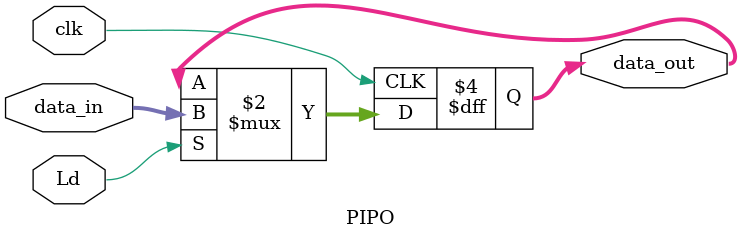
<source format=v>
`timescale 1ns / 1ps


module PIPO(Ld,data_in,data_out,clk);
input Ld,clk;input signed[31:0]data_in; output  reg signed[31:0]data_out;
always @(posedge clk)begin 
if(Ld)data_out<=data_in;
end
endmodule

</source>
